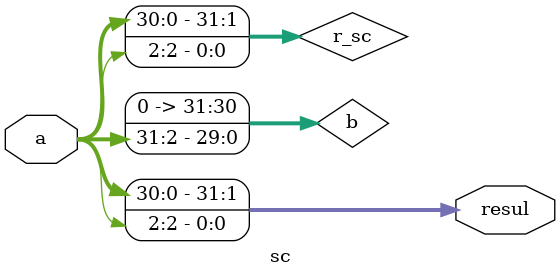
<source format=sv>
module sc #(parameter N=32)
			  (input  logic [N-1:0] a,
			   output logic [N-1:0]   resul);

logic [N-1:0] b;
logic [N-1:0] r_sc;

always_comb begin
	b = a >> 2;
	r_sc = {a[N-2:0], b[0]};
end

assign resul = r_sc;
	
endmodule
</source>
